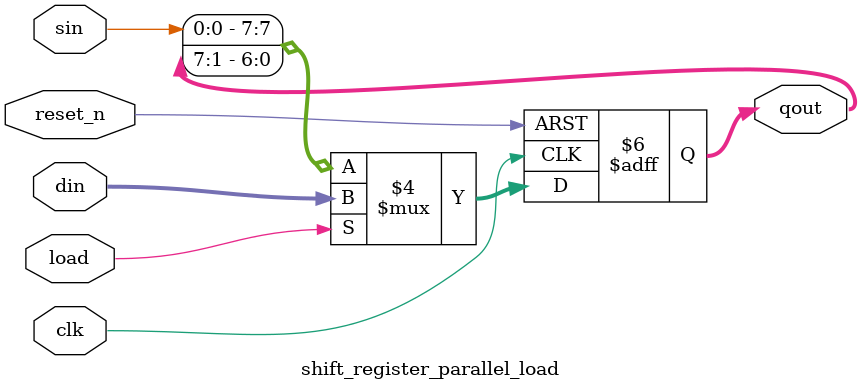
<source format=v>
module shift_register_parallel_load
    #(
        parameter N = 8
    )
    (
        input clk,
        input load,
        input reset_n,
        input sin,
        input [N - 1: 0] din,
        output reg [N - 1: 0] qout
    );

    always @(posedge clk or negedge reset_n)
        if(!reset_n)  qout <= {N{1'b0}};
        else if(load) qout <= din;
        else          qout <= {sin, qout[N - 1: 1]};
endmodule
</source>
